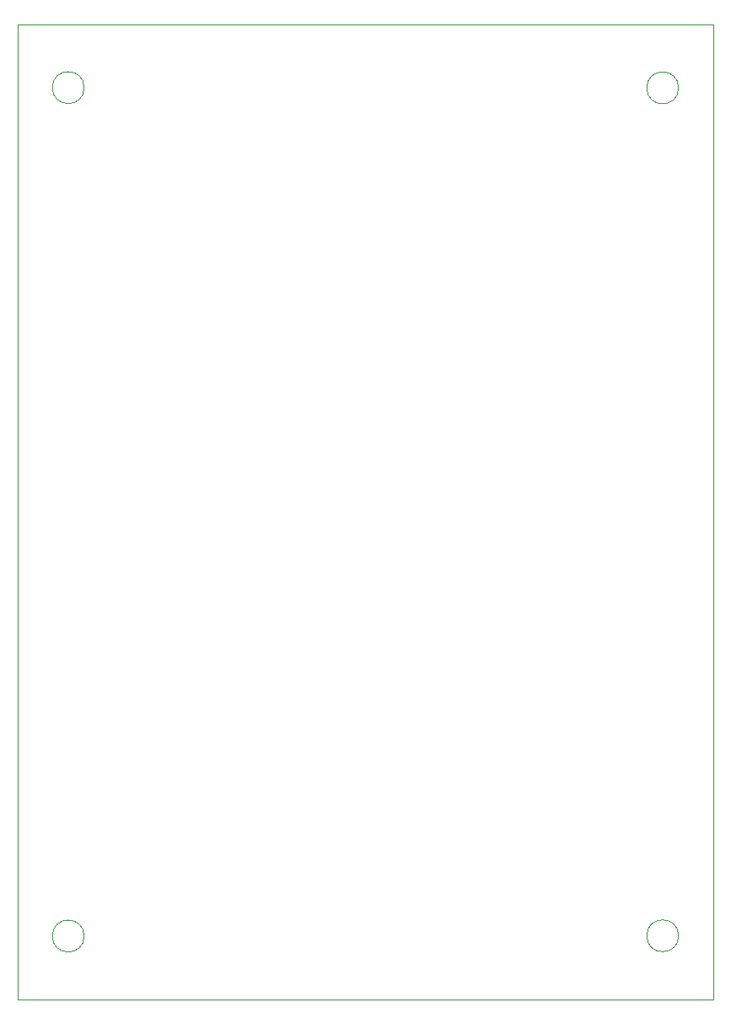
<source format=gm1>
%TF.GenerationSoftware,KiCad,Pcbnew,(5.1.12)-1*%
%TF.CreationDate,2021-11-26T16:16:20-08:00*%
%TF.ProjectId,VCF_LowPass,5643465f-4c6f-4775-9061-73732e6b6963,rev?*%
%TF.SameCoordinates,Original*%
%TF.FileFunction,Profile,NP*%
%FSLAX46Y46*%
G04 Gerber Fmt 4.6, Leading zero omitted, Abs format (unit mm)*
G04 Created by KiCad (PCBNEW (5.1.12)-1) date 2021-11-26 16:16:20*
%MOMM*%
%LPD*%
G01*
G04 APERTURE LIST*
%TA.AperFunction,Profile*%
%ADD10C,0.050000*%
%TD*%
G04 APERTURE END LIST*
D10*
X52400000Y-165100000D02*
G75*
G03*
X52400000Y-165100000I-1600000J0D01*
G01*
X112089800Y-165074600D02*
G75*
G03*
X112089800Y-165074600I-1600000J0D01*
G01*
X112090000Y-80035600D02*
G75*
G03*
X112090000Y-80035600I-1600000J0D01*
G01*
X52400000Y-80010000D02*
G75*
G03*
X52400000Y-80010000I-1600000J0D01*
G01*
X115570000Y-171450000D02*
X115570000Y-73660000D01*
X45720000Y-171450000D02*
X115570000Y-171450000D01*
X45720000Y-73660000D02*
X45720000Y-171450000D01*
X45720000Y-73660000D02*
X115570000Y-73660000D01*
M02*

</source>
